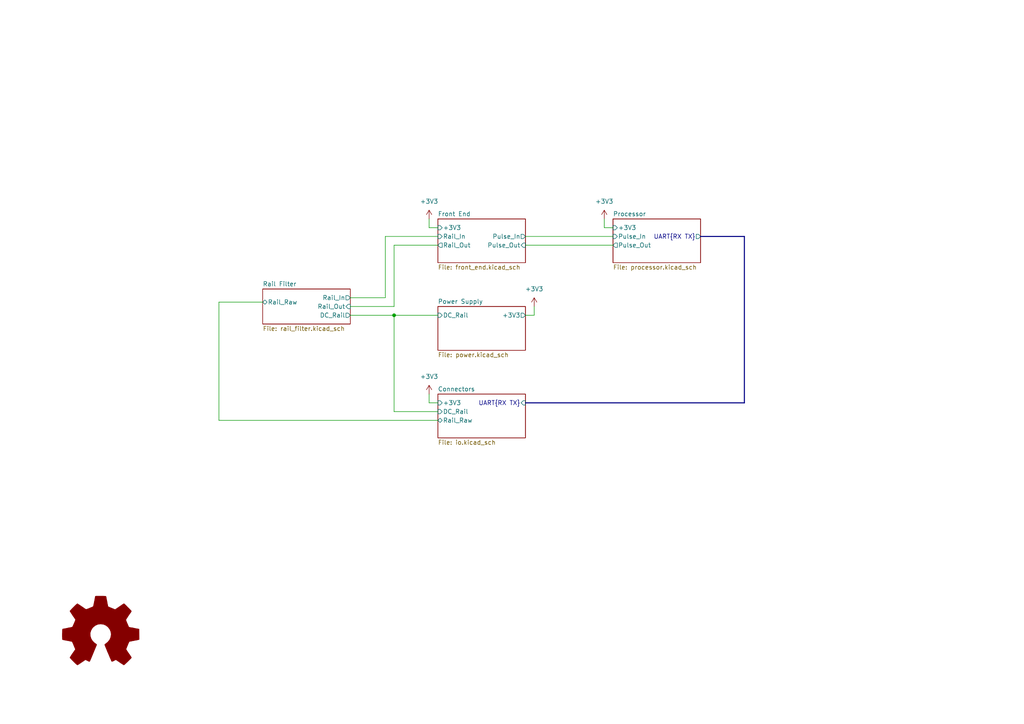
<source format=kicad_sch>
(kicad_sch (version 20230121) (generator eeschema)
  (paper "A4")
  (title_block (title "Transceiver Block Diagram") (rev "A") (company "Sebastian Oberschwendtner") (comment 1 "OTP-24 oTrain Control - Rail Transceiver") (comment 2 "www.github.com/SebastianOberschwendtner/OTP24-oTrainControl"))
  (lib_symbols
    (symbol "Graphic:Logo_Open_Hardware_Large" (in_bom no) (on_board no)
      (symbol "Logo_Open_Hardware_Large_1_1"
        (polyline (pts (xy 6.731 -8.7122) (xy 6.6294 -8.6614) (xy 6.35 -8.4836) (xy 5.9944 -8.255) (xy 5.5372 -7.9502) (xy 5.1054 -7.6454) (xy 4.7498 -7.4168) (xy 4.4958 -7.239) (xy 4.3942 -7.1882) (xy 4.318 -7.2136) (xy 4.1148 -7.3152) (xy 3.81 -7.4676) (xy 3.6322 -7.5692) (xy 3.3528 -7.6708) (xy 3.2258 -7.6962) (xy 3.2004 -7.6708) (xy 3.0988 -7.4676) (xy 2.9464 -7.0866) (xy 2.7178 -6.604) (xy 2.4892 -6.0452) (xy 2.2352 -5.4356) (xy 1.9558 -4.826) (xy 1.7272 -4.2164) (xy 1.4986 -3.683) (xy 1.3208 -3.2512) (xy 1.2192 -2.9464) (xy 1.1684 -2.8194) (xy 1.1938 -2.794) (xy 1.3208 -2.667) (xy 1.5748 -2.4892) (xy 2.0828 -2.0574) (xy 2.6162 -1.397) (xy 2.921 -0.6604) (xy 3.048 0.1524) (xy 2.9464 0.9144) (xy 2.6416 1.6256) (xy 2.1336 2.286) (xy 1.524 2.7686) (xy 0.8128 3.0734) (xy 0 3.175) (xy -0.762 3.0988) (xy -1.4986 2.794) (xy -2.159 2.286) (xy -2.4384 1.9812) (xy -2.8194 1.3208) (xy -3.048 0.6096) (xy -3.0734 0.4318) (xy -3.0226 -0.3556) (xy -2.794 -1.0922) (xy -2.3876 -1.7526) (xy -1.8288 -2.3114) (xy -1.7526 -2.3622) (xy -1.4732 -2.5654) (xy -1.2954 -2.6924) (xy -1.1684 -2.8194) (xy -2.159 -5.207) (xy -2.3114 -5.588) (xy -2.5908 -6.2484) (xy -2.8194 -6.8072) (xy -3.0226 -7.2644) (xy -3.1496 -7.5692) (xy -3.2258 -7.6708) (xy -3.2258 -7.6962) (xy -3.302 -7.6962) (xy -3.4798 -7.6454) (xy -3.8354 -7.4676) (xy -4.0386 -7.366) (xy -4.2926 -7.239) (xy -4.4196 -7.1882) (xy -4.5212 -7.239) (xy -4.7498 -7.3914) (xy -5.1054 -7.6454) (xy -5.5372 -7.9248) (xy -5.9436 -8.2042) (xy -6.3246 -8.4582) (xy -6.604 -8.636) (xy -6.731 -8.7122) (xy -6.7564 -8.7122) (xy -6.858 -8.636) (xy -7.0866 -8.4582) (xy -7.4168 -8.1534) (xy -7.874 -7.6962) (xy -7.9502 -7.62) (xy -8.3312 -7.239) (xy -8.636 -6.9088) (xy -8.8392 -6.6802) (xy -8.9154 -6.5786) (xy -8.9154 -6.5786) (xy -8.8392 -6.4516) (xy -8.6614 -6.1722) (xy -8.4328 -5.7912) (xy -8.128 -5.3594) (xy -7.3152 -4.191) (xy -7.7724 -3.0988) (xy -7.8994 -2.7686) (xy -8.0772 -2.3622) (xy -8.2042 -2.0828) (xy -8.255 -1.9558) (xy -8.382 -1.905) (xy -8.6614 -1.8542) (xy -9.0932 -1.7526) (xy -9.6266 -1.651) (xy -10.1092 -1.5748) (xy -10.541 -1.4732) (xy -10.8712 -1.4224) (xy -11.0236 -1.397) (xy -11.049 -1.3716) (xy -11.0744 -1.2954) (xy -11.0998 -1.143) (xy -11.0998 -0.889) (xy -11.1252 -0.4572) (xy -11.1252 0.1524) (xy -11.1252 0.2286) (xy -11.0998 0.8128) (xy -11.0998 1.27) (xy -11.0744 1.5494) (xy -11.0744 1.6764) (xy -11.0744 1.6764) (xy -10.922 1.7018) (xy -10.6172 1.778) (xy -10.16 1.8542) (xy -9.652 1.9558) (xy -9.6012 1.9812) (xy -9.0932 2.0828) (xy -8.636 2.159) (xy -8.3312 2.2352) (xy -8.2042 2.286) (xy -8.1788 2.3114) (xy -8.0772 2.5146) (xy -7.9248 2.8448) (xy -7.747 3.2512) (xy -7.5692 3.6576) (xy -7.4168 4.0386) (xy -7.3152 4.318) (xy -7.2898 4.445) (xy -7.2898 4.445) (xy -7.366 4.572) (xy -7.5438 4.826) (xy -7.7978 5.207) (xy -8.128 5.6642) (xy -8.128 5.6896) (xy -8.4328 6.1468) (xy -8.6868 6.5278) (xy -8.8392 6.7818) (xy -8.9154 6.9088) (xy -8.9154 6.9088) (xy -8.8138 7.0358) (xy -8.5852 7.2898) (xy -8.255 7.6454) (xy -7.874 8.0264) (xy -7.747 8.1534) (xy -7.3152 8.5852) (xy -7.0104 8.8646) (xy -6.8326 8.9916) (xy -6.731 9.0424) (xy -6.731 9.0424) (xy -6.604 8.9408) (xy -6.3246 8.763) (xy -5.9436 8.509) (xy -5.4864 8.2042) (xy -5.461 8.1788) (xy -5.0038 7.874) (xy -4.6482 7.62) (xy -4.3688 7.4422) (xy -4.2672 7.3914) (xy -4.2418 7.3914) (xy -4.064 7.4422) (xy -3.7338 7.5438) (xy -3.3528 7.6962) (xy -2.9464 7.874) (xy -2.5654 8.0264) (xy -2.286 8.1534) (xy -2.159 8.2296) (xy -2.159 8.2296) (xy -2.1082 8.382) (xy -2.032 8.7122) (xy -1.9304 9.1694) (xy -1.8288 9.7282) (xy -1.8034 9.8044) (xy -1.7018 10.3378) (xy -1.6256 10.7696) (xy -1.5748 11.0744) (xy -1.524 11.2014) (xy -1.4478 11.2268) (xy -1.1938 11.2522) (xy -0.8128 11.2522) (xy -0.3302 11.2522) (xy 0.1524 11.2522) (xy 0.6604 11.2522) (xy 1.0668 11.2268) (xy 1.3716 11.2014) (xy 1.4986 11.176) (xy 1.4986 11.176) (xy 1.5494 11.0236) (xy 1.6256 10.6934) (xy 1.7018 10.2108) (xy 1.8288 9.6774) (xy 1.8288 9.5758) (xy 1.9304 9.0424) (xy 2.032 8.6106) (xy 2.0828 8.3058) (xy 2.1336 8.2042) (xy 2.159 8.1788) (xy 2.3876 8.0772) (xy 2.7432 7.9248) (xy 3.175 7.747) (xy 4.191 7.3406) (xy 5.461 8.2042) (xy 5.5626 8.2804) (xy 6.0198 8.5852) (xy 6.3754 8.8392) (xy 6.6294 8.9916) (xy 6.7564 9.0424) (xy 6.7564 9.0424) (xy 6.8834 8.9408) (xy 7.1374 8.7122) (xy 7.4676 8.382) (xy 7.8486 7.9756) (xy 8.1534 7.6962) (xy 8.4836 7.3406) (xy 8.7122 7.112) (xy 8.8392 6.9596) (xy 8.8646 6.858) (xy 8.8646 6.8072) (xy 8.7884 6.6802) (xy 8.6106 6.4008) (xy 8.3312 6.0198) (xy 8.0264 5.588) (xy 7.7978 5.207) (xy 7.5184 4.8006) (xy 7.3406 4.4958) (xy 7.2898 4.3434) (xy 7.2898 4.2926) (xy 7.3914 4.0386) (xy 7.5184 3.683) (xy 7.7216 3.2258) (xy 8.1534 2.2352) (xy 8.7884 2.1082) (xy 9.1948 2.0574) (xy 9.7536 1.9304) (xy 10.2616 1.8288) (xy 11.0998 1.6764) (xy 11.1252 -1.3208) (xy 10.9982 -1.3716) (xy 10.8712 -1.397) (xy 10.5664 -1.4732) (xy 10.1346 -1.5494) (xy 9.6266 -1.651) (xy 9.1948 -1.7272) (xy 8.7376 -1.8288) (xy 8.4328 -1.8796) (xy 8.2804 -1.905) (xy 8.255 -1.9558) (xy 8.1534 -2.159) (xy 7.9756 -2.5146) (xy 7.8232 -2.921) (xy 7.6454 -3.3274) (xy 7.493 -3.7338) (xy 7.366 -4.0132) (xy 7.3406 -4.191) (xy 7.3914 -4.2926) (xy 7.5692 -4.5466) (xy 7.7978 -4.9276) (xy 8.1026 -5.3594) (xy 8.4074 -5.7912) (xy 8.6614 -6.1722) (xy 8.8138 -6.4262) (xy 8.89 -6.5532) (xy 8.8646 -6.6548) (xy 8.6868 -6.858) (xy 8.3566 -7.1882) (xy 7.874 -7.6708) (xy 7.7978 -7.747) (xy 7.3914 -8.128) (xy 7.0612 -8.4328) (xy 6.8326 -8.636) (xy 6.731 -8.7122)) (fill (type outline)))
      )
    )
    (symbol "power:+3V3" (power) (pin_names (offset 0))
      (property "Value" "+3V3" (at 0 3.556 0))
      (symbol "+3V3_0_1"
        (polyline (pts (xy -0.762 1.27) (xy 0 2.54)))
        (polyline (pts (xy 0 0) (xy 0 2.54)))
        (polyline (pts (xy 0 2.54) (xy 0.762 1.27)))
      )
      (symbol "+3V3_1_1"
        (pin power_in line (at 0 0 90) (length 0) hide (name "+3V3") (number "1"))
      )
    )
  )
  (junction (at 114.3 91.44))
  (wire (pts (xy 152.4 91.44) (xy 154.94 91.44)))
  (wire (pts (xy 124.46 63.5) (xy 124.46 66.04)))
  (wire (pts (xy 152.4 68.58) (xy 177.8 68.58)))
  (wire (pts (xy 177.8 66.04) (xy 175.26 66.04)))
  (wire (pts (xy 63.5 121.92) (xy 63.5 87.63)))
  (wire (pts (xy 114.3 119.38) (xy 114.3 91.44)))
  (bus (pts (xy 215.9 68.58) (xy 215.9 116.84)))
  (wire (pts (xy 127 91.44) (xy 114.3 91.44)))
  (wire (pts (xy 152.4 71.12) (xy 177.8 71.12)))
  (wire (pts (xy 114.3 71.12) (xy 127 71.12)))
  (wire (pts (xy 124.46 114.3) (xy 124.46 116.84)))
  (wire (pts (xy 124.46 116.84) (xy 127 116.84)))
  (wire (pts (xy 111.76 86.36) (xy 111.76 68.58)))
  (wire (pts (xy 63.5 87.63) (xy 76.2 87.63)))
  (wire (pts (xy 175.26 66.04) (xy 175.26 63.5)))
  (wire (pts (xy 101.6 86.36) (xy 111.76 86.36)))
  (wire (pts (xy 111.76 68.58) (xy 127 68.58)))
  (bus (pts (xy 215.9 116.84) (xy 152.4 116.84)))
  (wire (pts (xy 114.3 88.9) (xy 114.3 71.12)))
  (bus (pts (xy 203.2 68.58) (xy 215.9 68.58)))
  (wire (pts (xy 127 119.38) (xy 114.3 119.38)))
  (wire (pts (xy 114.3 91.44) (xy 101.6 91.44)))
  (wire (pts (xy 127 121.92) (xy 63.5 121.92)))
  (wire (pts (xy 124.46 66.04) (xy 127 66.04)))
  (wire (pts (xy 154.94 91.44) (xy 154.94 88.9)))
  (wire (pts (xy 101.6 88.9) (xy 114.3 88.9)))
  (symbol (lib_id "power:+3V3") (at 124.46 114.3 0) (unit 1)
    (property "Reference" "#PWR06" (effects hide))
    (property "Value" "+3V3" (at 124.46 109.22 0))
  )
  (symbol (lib_id "Graphic:Logo_Open_Hardware_Large") (at 29.21 184.15 0) (unit 1) (in_bom no) (on_board no)
    (property "Reference" "#SYM1" (effects hide))
    (property "Value" "Logo_Open_Hardware_Large" (effects hide))
    (property "Footprint" "Symbol:OSHW-Logo_5.7x6mm_SilkScreen" (effects hide))
    (property "Sim.Enable" "0" (effects hide))
  )
  (symbol (lib_id "power:+3V3") (at 154.94 88.9 0) (unit 1)
    (property "Reference" "#PWR03" (effects hide))
    (property "Value" "+3V3" (at 154.94 83.82 0))
  )
  (symbol (lib_id "power:+3V3") (at 124.46 63.5 0) (unit 1)
    (property "Reference" "#PWR04" (effects hide))
    (property "Value" "+3V3" (at 124.46 58.42 0))
  )
  (symbol (lib_id "power:+3V3") (at 175.26 63.5 0) (unit 1)
    (property "Reference" "#PWR05" (effects hide))
    (property "Value" "+3V3" (at 175.26 58.42 0))
  )
  (sheet (at 127 114.3) (size 25.4 12.7) (stroke (width 0.1524))
    (property "Sheetname" "Connectors" (at 127 113.5884 0) (effects (justify left bottom)))
    (property "Sheetfile" "io.kicad_sch" (at 127 127.5846 0) (effects (justify left top)))
    (pin "DC_Rail" input (at 127 119.38 180))
    (pin "+3V3" input (at 127 116.84 180))
    (pin "UART{RX TX}" input (at 152.4 116.84 0))
    (pin "Rail_Raw" bidirectional (at 127 121.92 180))
  )
  (sheet (at 177.8 63.5) (size 25.4 12.7) (stroke (width 0.1524))
    (property "Sheetname" "Processor" (at 177.8 62.7884 0) (effects (justify left bottom)))
    (property "Sheetfile" "processor.kicad_sch" (at 177.8 76.7846 0) (effects (justify left top)))
    (pin "+3V3" input (at 177.8 66.04 180))
    (pin "UART{RX TX}" output (at 203.2 68.58 0))
    (pin "Pulse_In" input (at 177.8 68.58 180))
    (pin "Pulse_Out" output (at 177.8 71.12 180))
  )
  (sheet (at 127 88.9) (size 25.4 12.7) (stroke (width 0.1524))
    (property "Sheetname" "Power Supply" (at 127 88.1884 0) (effects (justify left bottom)))
    (property "Sheetfile" "power.kicad_sch" (at 127 102.1846 0) (effects (justify left top)))
    (pin "DC_Rail" input (at 127 91.44 180))
    (pin "+3V3" output (at 152.4 91.44 0))
  )
  (sheet (at 127 63.5) (size 25.4 12.7) (stroke (width 0.1524))
    (property "Sheetname" "Front End" (at 127 62.7884 0) (effects (justify left bottom)))
    (property "Sheetfile" "front_end.kicad_sch" (at 127 76.7846 0) (effects (justify left top)))
    (pin "+3V3" input (at 127 66.04 180))
    (pin "Rail_Out" output (at 127 71.12 180))
    (pin "Rail_In" input (at 127 68.58 180))
    (pin "Pulse_In" output (at 152.4 68.58 0))
    (pin "Pulse_Out" input (at 152.4 71.12 0))
  )
  (sheet (at 76.2 83.82) (size 25.4 10.16) (stroke (width 0.1524))
    (property "Sheetname" "Rail Filter" (at 76.2 83.1084 0) (effects (justify left bottom)))
    (property "Sheetfile" "rail_filter.kicad_sch" (at 76.2 94.5646 0) (effects (justify left top)))
    (pin "DC_Rail" output (at 101.6 91.44 0))
    (pin "Rail_In" output (at 101.6 86.36 0))
    (pin "Rail_Out" input (at 101.6 88.9 0))
    (pin "Rail_Raw" bidirectional (at 76.2 87.63 180))
  )
)
</source>
